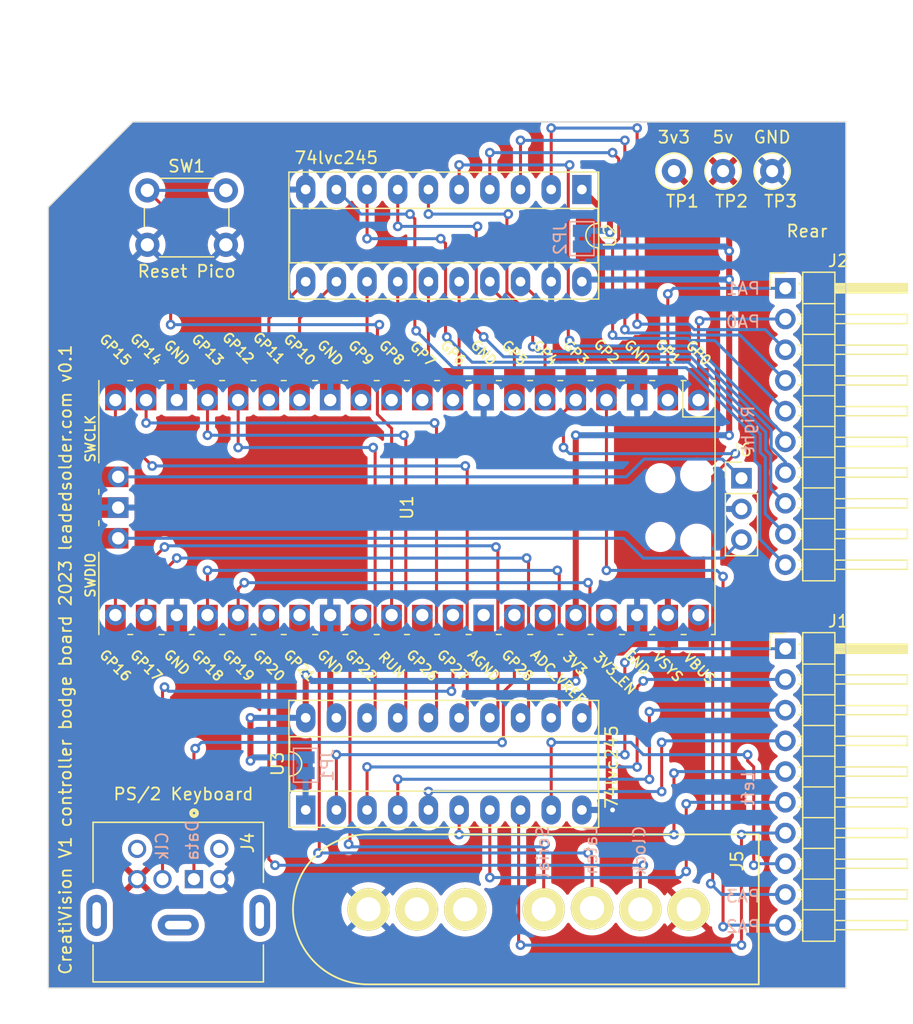
<source format=kicad_pcb>
(kicad_pcb (version 20221018) (generator pcbnew)
  (layers (0 "F.Cu" signal) (31 "B.Cu" signal) (34 "B.Paste" user) (35 "F.Paste" user) (36 "B.SilkS" user "B.Silkscreen") (37 "F.SilkS" user "F.Silkscreen") (38 "B.Mask" user) (39 "F.Mask" user) (44 "Edge.Cuts" user))
  (net 0 "")
  (net 1 "/LeftA")
  (net 2 "/LeftB")
  (net 3 "/LeftC")
  (net 4 "/LeftD")
  (net 5 "/LeftE")
  (net 6 "/LeftF")
  (net 7 "/LeftG")
  (net 8 "/LeftH")
  (net 9 "/PA3")
  (net 10 "/PA2")
  (net 11 "/PA1")
  (net 12 "/PA0")
  (net 13 "/RightA")
  (net 14 "/RightB")
  (net 15 "/RightC")
  (net 16 "/RightD")
  (net 17 "/RightE")
  (net 18 "/RightF")
  (net 19 "/RightG")
  (net 20 "/RightH")
  (net 21 "GND")
  (net 22 "+5V")
  (net 23 "/PS2_DATA")
  (net 26 "/PS2_CLK")
  (net 29 "/SNES_Clock")
  (net 30 "/SNES_Latch")
  (net 31 "/SNES_Serial")
  (net 32 "Net-(U1-RUN)")
  (net 36 "/SWCLK")
  (net 39 "/SWDIO")
  (net 40 "Net-(JP1-A)")
  (net 41 "+3.3V")
  (net 42 "Net-(JP2-A)")
  (net 43 "Net-(U1-GPIO4)")
  (net 44 "Net-(U1-GPIO5)")
  (net 45 "Net-(U1-GPIO6)")
  (net 46 "Net-(U1-GPIO7)")
  (net 47 "Net-(U1-GPIO8)")
  (net 48 "Net-(U1-GPIO9)")
  (net 49 "Net-(U1-GPIO10)")
  (net 50 "Net-(U1-GPIO11)")
  (net 51 "Net-(U1-GPIO12)")
  (net 52 "Net-(U1-GPIO13)")
  (net 53 "Net-(U1-GPIO14)")
  (net 54 "Net-(U1-GPIO15)")
  (net 55 "Net-(U1-GPIO16)")
  (net 56 "Net-(U1-GPIO17)")
  (net 57 "Net-(U1-GPIO18)")
  (net 58 "Net-(U1-GPIO19)")
  (footprint "Connector_PinHeader_2.54mm:PinHeader_1x03_P2.54mm_Vertical" (layer "F.Cu") (at 150.368 53.848)
    (fp_text reference "J6")
    (fp_text value "Debug")
  )
  (footprint "Package_DIP:DIP-20_W7.62mm_Socket_LongPads" (layer "F.Cu") (at 137.16 29.972 -90)
    (property "VALUE" "TRANSCEIVER-8BIT")
    (fp_text reference "U2")
    (fp_text value "LOGIC-SN74LVC245AN(DIP20-7.62MM)")
  )
  (footprint "Button_Switch_THT:SW_PUSH_6mm" (layer "F.Cu") (at 101.196 30.044)
    (fp_text reference "SW1")
    (fp_text value "Reset Pico")
  )
  (footprint "TestPoint:TestPoint_Loop_D1.80mm_Drill1.0mm_Beaded" (layer "F.Cu") (at 144.78 28.448)
    (fp_text reference "TP1")
    (fp_text value "3v3")
  )
  (footprint "imciner2-connectors:GAMING_SNES" (layer "F.Cu") (at 134 89.5 180)
    (fp_text reference "J5")
    (fp_text value "SNES" hide)
  )
  (footprint "MD-60FC:CUI_MD-60FC" (layer "F.Cu") (at 103.75 88.57 180)
    (fp_text reference "J4")
    (fp_text value "PS/2 Keyboard")
  )
  (footprint "Connector_PinHeader_2.54mm:PinHeader_1x10_P2.54mm_Horizontal" (layer "F.Cu") (at 154 38.14)
    (fp_text reference "J2")
    (fp_text value "Right Joystick")
  )
  (footprint "Connector_PinHeader_2.54mm:PinHeader_1x10_P2.54mm_Horizontal" (layer "F.Cu") (at 154 67.945)
    (fp_text reference "J1")
    (fp_text value "Left Joystick")
  )
  (footprint "MCU_RaspberryPi_and_Boards:RPi_Pico_SMD_TH" (layer "F.Cu") (at 122.682 56.273 -90)
    (fp_text reference "U1")
    (fp_text value "Pico")
  )
  (footprint "TestPoint:TestPoint_Loop_D1.80mm_Drill1.0mm_Beaded" (layer "F.Cu") (at 152.908 28.448)
    (fp_text reference "TP3")
    (fp_text value "GND")
  )
  (footprint "Package_DIP:DIP-20_W7.62mm_Socket_LongPads" (layer "F.Cu") (at 114.3 81.28 90)
    (property "VALUE" "TRANSCEIVER-8BIT")
    (fp_text reference "U3")
    (fp_text value "LOGIC-SN74LVC245AN(DIP20-7.62MM)")
  )
  (footprint "TestPoint:TestPoint_Loop_D1.80mm_Drill1.0mm_Beaded" (layer "F.Cu") (at 148.844 28.448)
    (fp_text reference "TP2")
    (fp_text value "5v")
  )
  (footprint "Jumper:SolderJumper-2_P1.3mm_Bridged2Bar_Pad1.0x1.5mm" (layer "B.Cu") (at 137.16 34.036 -90)
    (fp_text reference "JP2")
    (fp_text value "Jumper_2_Bridged")
  )
  (footprint "Jumper:SolderJumper-2_P1.3mm_Bridged2Bar_Pad1.0x1.5mm" (layer "B.Cu") (at 114.29 77.582 90)
    (fp_text reference "JP1")
    (fp_text value "Jumper_2_Bridged")
  )
  (gr_line (start 93 31.44) (end 93 96) (stroke (width 0.1)) (layer "Edge.Cuts"))
  (gr_line (start 159 24.384) (end 159 96) (stroke (width 0.1)) (layer "Edge.Cuts"))
  (gr_line (start 100 24.384) (end 93 31.44) (stroke (width 0.1)) (layer "Edge.Cuts"))
  (gr_line (start 159 96) (end 93 96) (stroke (width 0.1)) (layer "Edge.Cuts"))
  (gr_line (start 159 24.384) (end 100 24.384) (stroke (width 0.1)) (layer "Edge.Cuts"))
  (gr_text "Right" (at 151.5 47.75 90) (layer "B.SilkS") (effects (font (size 1 1)) (justify left bottom mirror)))
  (gr_text "PA1" (at 152 38.75) (layer "B.SilkS") (effects (font (size 1 1)) (justify left bottom mirror)))
  (gr_text "PA2" (at 152 91.5) (layer "B.SilkS") (effects (font (size 1 1)) (justify left bottom mirror)))
  (gr_text "PA3" (at 152 89) (layer "B.SilkS") (effects (font (size 1 1)) (justify left bottom mirror)))
  (gr_text "PA0" (at 152 41.5) (layer "B.SilkS") (effects (font (size 1 1)) (justify left bottom mirror)))
  (gr_text "Left" (at 151.5 78 90) (layer "B.SilkS") (effects (font (size 1 1)) (justify left bottom mirror)))
  (gr_text "Data" (at 105.5 82 90) (layer "B.SilkS") (effects (font (size 1 1)) (justify left bottom mirror)))
  (gr_text "Clk" (at 103 83 90) (layer "B.SilkS") (effects (font (size 1 1)) (justify left bottom mirror)))
  (gr_text "Clock" (at 142.5 82.5 90) (layer "B.SilkS") (effects (font (size 1 1)) (justify left bottom mirror)))
  (gr_text "Serial" (at 134.5 82.5 90) (layer "B.SilkS") (effects (font (size 1 1)) (justify left bottom mirror)))
  (gr_text "Latch" (at 138.5 82.5 90) (layer "B.SilkS") (effects (font (size 1 1)) (justify left bottom mirror)))
  (gr_text "74lvc245" (at 140.208 81.28 90) (layer "F.SilkS") (effects (font (size 1 1)) (justify left bottom)))
  (gr_text "CreatiVision V1 controller bodge board 2023 leadedsolder.com v0.1" (at 95 95 90) (layer "F.SilkS") (effects (font (size 1 1)) (justify left bottom)))
  (gr_text "Rear" (at 154 34) (layer "F.SilkS") (effects (font (size 1 1)) (justify left bottom)))
  (gr_text "74lvc245" (at 113.284 27.94) (layer "F.SilkS") (effects (font (size 1 1)) (justify left bottom)))
  (segment (start 116.84 81.28) (end 116.84 76.708) (width 0.25) (layer "F.Cu") (net 1))
  (segment (start 140.716 76.708) (end 140.716 69.088) (width 0.25) (layer "F.Cu") (net 1))
  (via (at 140.716 76.708) (size 0.8) (drill 0.4) (layers "F.Cu" "B.Cu") (net 1))
  (via (at 140.716 69.088) (size 0.8) (drill 0.4) (layers "F.Cu" "B.Cu") (net 1))
  (via (at 116.84 76.708) (size 0.8) (drill 0.4) (layers "F.Cu" "B.Cu") (net 1))
  (segment (start 116.84 76.708) (end 140.716 76.708) (width 0.25) (layer "B.Cu") (net 1))
  (segment (start 140.716 69.088) (end 141.859 67.945) (width 0.25) (layer "B.Cu") (net 1))
  (segment (start 141.859 67.945) (end 154 67.945) (width 0.25) (layer "B.Cu") (net 1))
  (segment (start 141.732 77.724) (end 141.732 71.12) (width 0.25) (layer "F.Cu") (net 2))
  (segment (start 119.38 81.28) (end 119.38 77.724) (width 0.25) (layer "F.Cu") (net 2))
  (segment (start 141.732 71.12) (end 142.24 70.612) (width 0.25) (layer "F.Cu") (net 2))
  (via (at 141.732 77.724) (size 0.8) (drill 0.4) (layers "F.Cu" "B.Cu") (net 2))
  (via (at 142.24 70.612) (size 0.8) (drill 0.4) (layers "F.Cu" "B.Cu") (net 2))
  (via (at 119.38 77.724) (size 0.8) (drill 0.4) (layers "F.Cu" "B.Cu") (net 2))
  (segment (start 119.38 77.724) (end 141.732 77.724) (width 0.25) (layer "B.Cu") (net 2))
  (segment (start 142.24 70.612) (end 142.367 70.485) (width 0.25) (layer "B.Cu") (net 2))
  (segment (start 142.367 70.485) (end 154 70.485) (width 0.25) (layer "B.Cu") (net 2))
  (segment (start 142.748 78.74) (end 142.748 73.152) (width 0.25) (layer "F.Cu") (net 3))
  (segment (start 121.92 81.28) (end 121.92 78.74) (width 0.25) (layer "F.Cu") (net 3))
  (via (at 142.748 78.74) (size 0.8) (drill 0.4) (layers "F.Cu" "B.Cu") (net 3))
  (via (at 142.748 73.152) (size 0.8) (drill 0.4) (layers "F.Cu" "B.Cu") (net 3))
  (via (at 121.92 78.74) (size 0.8) (drill 0.4) (layers "F.Cu" "B.Cu") (net 3))
  (segment (start 142.748 73.152) (end 142.875 73.025) (width 0.25) (layer "B.Cu") (net 3))
  (segment (start 121.92 78.74) (end 142.748 78.74) (width 0.25) (layer "B.Cu") (net 3))
  (segment (start 142.875 73.025) (end 154 73.025) (width 0.25) (layer "B.Cu") (net 3))
  (segment (start 124.46 81.28) (end 124.46 79.756) (width 0.25) (layer "F.Cu") (net 4))
  (segment (start 143.764 79.756) (end 143.764 75.692) (width 0.25) (layer "F.Cu") (net 4))
  (via (at 143.764 75.692) (size 0.8) (drill 0.4) (layers "F.Cu" "B.Cu") (net 4))
  (via (at 143.764 79.756) (size 0.8) (drill 0.4) (layers "F.Cu" "B.Cu") (net 4))
  (via (at 124.46 79.756) (size 0.8) (drill 0.4) (layers "F.Cu" "B.Cu") (net 4))
  (segment (start 124.461 79.755) (end 143.763 79.755) (width 0.25) (layer "B.Cu") (net 4))
  (segment (start 124.46 79.756) (end 124.461 79.755) (width 0.25) (layer "B.Cu") (net 4))
  (segment (start 143.764 75.692) (end 143.891 75.565) (width 0.25) (layer "B.Cu") (net 4))
  (segment (start 143.763 79.755) (end 143.764 79.756) (width 0.25) (layer "B.Cu") (net 4))
  (segment (start 143.891 75.565) (end 154 75.565) (width 0.25) (layer "B.Cu") (net 4))
  (segment (start 144.78 83.312) (end 144.78 78.232) (width 0.25) (layer "F.Cu") (net 5))
  (segment (start 127 81.28) (end 127 83.312) (width 0.25) (layer "F.Cu") (net 5))
  (via (at 127 83.312) (size 0.8) (drill 0.4) (layers "F.Cu" "B.Cu") (net 5))
  (via (at 144.78 78.232) (size 0.8) (drill 0.4) (layers "F.Cu" "B.Cu") (net 5))
  (via (at 144.78 83.312) (size 0.8) (drill 0.4) (layers "F.Cu" "B.Cu") (net 5))
  (segment (start 127 83.312) (end 144.78 83.312) (width 0.25) (layer "B.Cu") (net 5))
  (segment (start 144.78 78.232) (end 144.907 78.105) (width 0.25) (layer "B.Cu") (net 5))
  (segment (start 144.907 78.105) (end 154 78.105) (width 0.25) (layer "B.Cu") (net 5))
  (segment (start 129.54 81.28) (end 129.54 86.868) (width 0.25) (layer "F.Cu") (net 6))
  (segment (start 145.796 86.36) (end 145.796 80.772) (width 0.25) (layer "F.Cu") (net 6))
  (via (at 129.54 86.868) (size 0.8) (drill 0.4) (layers "F.Cu" "B.Cu") (net 6))
  (via (at 145.796 86.36) (size 0.8) (drill 0.4) (layers "F.Cu" "B.Cu") (net 6))
  (via (at 145.796 80.772) (size 0.8) (drill 0.4) (layers "F.Cu" "B.Cu") (net 6))
  (segment (start 145.923 80.645) (end 154 80.645) (width 0.25) (layer "B.Cu") (net 6))
  (segment (start 145.288 86.868) (end 145.796 86.36) (width 0.25) (layer "B.Cu") (net 6))
  (segment (start 145.796 80.772) (end 145.923 80.645) (width 0.25) (layer "B.Cu") (net 6))
  (segment (start 129.54 86.868) (end 145.288 86.868) (width 0.25) (layer "B.Cu") (net 6))
  (segment (start 132.08 81.28) (end 131.925 81.435) (width 0.25) (layer "F.Cu") (net 7))
  (segment (start 150.368 92.456) (end 150.368 83.312) (width 0.25) (layer "F.Cu") (net 7))
  (segment (start 131.925 81.435) (end 131.925 92.301) (width 0.25) (layer "F.Cu") (net 7))
  (segment (start 131.925 92.301) (end 132.08 92.456) (width 0.25) (layer "F.Cu") (net 7))
  (via (at 150.368 92.456) (size 0.8) (drill 0.4) (layers "F.Cu" "B.Cu") (net 7))
  (via (at 132.08 92.456) (size 0.8) (drill 0.4) (layers "F.Cu" "B.Cu") (net 7))
  (via (at 150.368 83.312) (size 0.8) (drill 0.4) (layers "F.Cu" "B.Cu") (net 7))
  (segment (start 150.368 83.312) (end 150.495 83.185) (width 0.25) (layer "B.Cu") (net 7))
  (segment (start 150.495 83.185) (end 154 83.185) (width 0.25) (layer "B.Cu") (net 7))
  (segment (start 132.08 92.456) (end 150.368 92.456) (width 0.25) (layer "B.Cu") (net 7))
  (segment (start 150.876 77.216) (end 151.384 77.724) (width 0.25) (layer "F.Cu") (net 8))
  (segment (start 151.384 77.724) (end 151.384 85.852) (width 0.25) (layer "F.Cu") (net 8))
  (segment (start 134.62 81.28) (end 134.62 75.692) (width 0.25) (layer "F.Cu") (net 8))
  (segment (start 150.876 76.708) (end 150.876 77.216) (width 0.25) (layer "F.Cu") (net 8))
  (via (at 150.876 76.708) (size 0.8) (drill 0.4) (layers "F.Cu" "B.Cu") (net 8))
  (via (at 151.384 85.852) (size 0.8) (drill 0.4) (layers "F.Cu" "B.Cu") (net 8))
  (via (at 134.62 75.692) (size 0.8) (drill 0.4) (layers "F.Cu" "B.Cu") (net 8))
  (segment (start 141.224 75.692) (end 142.24 76.708) (width 0.25) (layer "B.Cu") (net 8))
  (segment (start 134.62 75.692) (end 141.224 75.692) (width 0.25) (layer "B.Cu") (net 8))
  (segment (start 151.384 85.852) (end 151.511 85.725) (width 0.25) (layer "B.Cu") (net 8))
  (segment (start 151.511 85.725) (end 154 85.725) (width 0.25) (layer "B.Cu") (net 8))
  (segment (start 142.24 76.708) (end 150.876 76.708) (width 0.25) (layer "B.Cu") (net 8))
  (segment (start 147.828 87.376) (end 147.987 87.217) (width 0.25) (layer "F.Cu") (net 9))
  (segment (start 147.987 53.689) (end 149.86 51.816) (width 0.25) (layer "F.Cu") (net 9))
  (segment (start 135.636 51.308) (end 135.636 48.399) (width 0.25) (layer "F.Cu") (net 9))
  (segment (start 135.636 48.399) (end 136.652 47.383) (width 0.25) (layer "F.Cu") (net 9))
  (segment (start 147.987 87.217) (end 147.987 53.689) (width 0.25) (layer "F.Cu") (net 9))
  (via (at 147.828 87.376) (size 0.8) (drill 0.4) (layers "F.Cu" "B.Cu") (net 9))
  (via (at 135.636 51.308) (size 0.8) (drill 0.4) (layers "F.Cu" "B.Cu") (net 9))
  (via (at 149.86 51.816) (size 0.8) (drill 0.4) (layers "F.Cu" "B.Cu") (net 9))
  (segment (start 148.717 88.265) (end 147.828 87.376) (width 0.25) (layer "B.Cu") (net 9))
  (segment (start 136.144 51.816) (end 135.636 51.308) (width 0.25) (layer "B.Cu") (net 9))
  (segment (start 154 88.265) (end 148.717 88.265) (width 0.25) (layer "B.Cu") (net 9))
  (segment (start 149.86 51.816) (end 136.144 51.816) (width 0.25) (layer "B.Cu") (net 9))
  (segment (start 139.192 61.468) (end 139.192 47.383) (width 0.25) (layer "F.Cu") (net 10))
  (segment (start 148.844 90.932) (end 148.844 61.976) (width 0.25) (layer "F.Cu") (net 10))
  (via (at 148.844 90.932) (size 0.8) (drill 0.4) (layers "F.Cu" "B.Cu") (net 10))
  (via (at 148.844 61.976) (size 0.8) (drill 0.4) (layers "F.Cu" "B.Cu") (net 10))
  (via (at 139.192 61.468) (size 0.8) (drill 0.4) (layers "F.Cu" "B.Cu") (net 10))
  (segment (start 148.844 61.976) (end 148.336 61.468) (width 0.25) (layer "B.Cu") (net 10))
  (segment (start 148.336 61.468) (end 139.192 61.468) (width 0.25) (layer "B.Cu") (net 10))
  (segment (start 148.971 90.805) (end 148.844 90.932) (width 0.25) (layer "B.Cu") (net 10))
  (segment (start 154 90.805) (end 148.971 90.805) (width 0.25) (layer "B.Cu") (net 10))
  (segment (start 144.272 38.608) (end 144.272 47.383) (width 0.25) (layer "F.Cu") (net 11))
  (via (at 144.272 38.608) (size 0.8) (drill 0.4) (layers "F.Cu" "B.Cu") (net 11))
  (segment (start 154 38.14) (end 144.74 38.14) (width 0.25) (layer "B.Cu") (net 11))
  (segment (start 144.74 38.14) (end 144.272 38.608) (width 0.25) (layer "B.Cu") (net 11))
  (segment (start 146.812 40.922647) (end 146.901654 40.832993) (width 0.25) (layer "F.Cu") (net 12))
  (segment (start 146.812 47.383) (end 146.812 40.922647) (width 0.25) (layer "F.Cu") (net 12))
  (via (at 146.901654 40.832993) (size 0.8) (drill 0.4) (layers "F.Cu" "B.Cu") (net 12))
  (segment (start 154 40.68) (end 147.054647 40.68) (width 0.25) (layer "B.Cu") (net 12))
  (segment (start 147.054647 40.68) (end 146.901654 40.832993) (width 0.25) (layer "B.Cu") (net 12))
  (segment (start 134.62 24.892) (end 134.62 29.972) (width 0.25) (layer "F.Cu") (net 13))
  (segment (start 141.732 24.892) (end 141.732 41.106997) (width 0.25) (layer "F.Cu") (net 13))
  (via (at 141.732 41.106997) (size 0.8) (drill 0.4) (layers "F.Cu" "B.Cu") (net 13))
  (via (at 141.732 24.892) (size 0.8) (drill 0.4) (layers "F.Cu" "B.Cu") (net 13))
  (via (at 134.62 24.892) (size 0.8) (drill 0.4) (layers "F.Cu" "B.Cu") (net 13))
  (segment (start 146.463633 41.557493) (end 146.013137 41.106997) (width 0.25) (layer "B.Cu") (net 13))
  (segment (start 146.013137 41.106997) (end 141.732 41.106997) (width 0.25) (layer "B.Cu") (net 13))
  (segment (start 154 43.22) (end 152.337493 41.557493) (width 0.25) (layer "B.Cu") (net 13))
  (segment (start 152.337493 41.557493) (end 146.463633 41.557493) (width 0.25) (layer "B.Cu") (net 13))
  (segment (start 141.732 24.892) (end 134.62 24.892) (width 0.25) (layer "B.Cu") (net 13))
  (segment (start 132.08 25.908) (end 132.08 29.972) (width 0.25) (layer "F.Cu") (net 14))
  (segment (start 140.716 25.908) (end 140.716 41.556498) (width 0.25) (layer "F.Cu") (net 14))
  (via (at 140.716 41.556498) (size 0.8) (drill 0.4) (layers "F.Cu" "B.Cu") (net 14))
  (via (at 132.08 25.908) (size 0.8) (drill 0.4) (layers "F.Cu" "B.Cu") (net 14))
  (via (at 140.716 25.908) (size 0.8) (drill 0.4) (layers "F.Cu" "B.Cu") (net 14))
  (segment (start 146.101947 41.831497) (end 140.990999 41.831497) (width 0.25) (layer "B.Cu") (net 14))
  (segment (start 134.610695 25.908) (end 132.08 25.908) (width 0.25) (layer "B.Cu") (net 14))
  (segment (start 140.716 25.908) (end 134.610695 25.908) (width 0.25) (layer "B.Cu") (net 14))
  (segment (start 140.990999 41.831497) (end 140.716 41.556498) (width 0.25) (layer "B.Cu") (net 14))
  (segment (start 146.277444 42.006994) (end 146.101947 41.831497) (width 0.25) (layer "B.Cu") (net 14))
  (segment (start 150.246994 42.006994) (end 146.277444 42.006994) (width 0.25) (layer "B.Cu") (net 14))
  (segment (start 154 45.76) (end 150.246994 42.006994) (width 0.25) (layer "B.Cu") (net 14))
  (segment (start 140.208 34.036) (end 139.7 34.544) (width 0.25) (layer "F.Cu") (net 15))
  (segment (start 129.54 26.924) (end 129.54 29.972) (width 0.25) (layer "F.Cu") (net 15))
  (segment (start 139.7 34.544) (end 139.7 42.005999) (width 0.25) (layer "F.Cu") (net 15))
  (segment (start 139.7 26.924) (end 140.208 27.432) (width 0.25) (layer "F.Cu") (net 15))
  (segment (start 140.208 27.432) (end 140.208 34.036) (width 0.25) (layer "F.Cu") (net 15))
  (via (at 139.7 26.924) (size 0.8) (drill 0.4) (layers "F.Cu" "B.Cu") (net 15))
  (via (at 139.7 42.005999) (size 0.8) (drill 0.4) (layers "F.Cu" "B.Cu") (net 15))
  (via (at 129.54 26.924) (size 0.8) (drill 0.4) (layers "F.Cu" "B.Cu") (net 15))
  (segment (start 139.7 26.924) (end 129.54 26.924) (width 0.25) (layer "B.Cu") (net 15))
  (segment (start 154 48.3) (end 148.156495 42.456495) (width 0.25) (layer "B.Cu") (net 15))
  (segment (start 146.091255 42.456495) (end 145.915758 42.280998) (width 0.25) (layer "B.Cu") (net 15))
  (segment (start 139.974999 42.280998) (end 139.7 42.005999) (width 0.25) (layer "B.Cu") (net 15))
  (segment (start 148.156495 42.456495) (end 146.091255 42.456495) (width 0.25) (layer "B.Cu") (net 15))
  (segment (start 145.915758 42.280998) (end 139.974999 42.280998) (width 0.25) (layer "B.Cu") (net 15))
  (segment (start 136.144 27.94) (end 136.035 28.049) (width 0.25) (layer "F.Cu") (net 16))
  (segment (start 127 27.94) (end 127 29.972) (width 0.25) (layer "F.Cu") (net 16))
  (segment (start 136.035 42.3465) (end 136.144 42.4555) (width 0.25) (layer "F.Cu") (net 16))
  (segment (start 136.035 28.049) (end 136.035 42.3465) (width 0.25) (layer "F.Cu") (net 16))
  (via (at 127 27.94) (size 0.8) (drill 0.4) (layers "F.Cu" "B.Cu") (net 16))
  (via (at 136.144 42.4555) (size 0.8) (drill 0.4) (layers "F.Cu" "B.Cu") (net 16))
  (via (at 136.144 27.94) (size 0.8) (drill 0.4) (layers "F.Cu" "B.Cu") (net 16))
  (segment (start 146.540756 42.905996) (end 136.594496 42.905996) (width 0.25) (layer "B.Cu") (net 16))
  (segment (start 154 50.36524) (end 146.540756 42.905996) (width 0.25) (layer "B.Cu") (net 16))
  (segment (start 136.594496 42.905996) (end 136.144 42.4555) (width 0.25) (layer "B.Cu") (net 16))
  (segment (start 136.144 27.94) (end 127 27.94) (width 0.25) (layer "B.Cu") (net 16))
  (segment (start 154 50.84) (end 154 50.36524) (width 0.25) (layer "B.Cu") (net 16))
  (segment (start 133.089921 40.592911) (end 133.089921 42.9635) (width 0.25) (layer "F.Cu") (net 17))
  (segment (start 130.955 38.45799) (end 133.089921 40.592911) (width 0.25) (layer "F.Cu") (net 17))
  (segment (start 130.955 32.113) (end 130.955 38.45799) (width 0.25) (layer "F.Cu") (net 17))
  (segment (start 124.46 32.004) (end 124.46 29.972) (width 0.25) (layer "F.Cu") (net 17))
  (segment (start 131.064 32.004) (end 130.955 32.113) (width 0.25) (layer "F.Cu") (net 17))
  (via (at 124.46 32.004) (size 0.8) (drill 0.4) (layers "F.Cu" "B.Cu") (net 17))
  (via (at 131.064 32.004) (size 0.8) (drill 0.4) (layers "F.Cu" "B.Cu") (net 17))
  (via (at 133.089921 42.9635) (size 0.8) (drill 0.4) (layers "F.Cu" "B.Cu") (net 17))
  (segment (start 154 53.38) (end 154 52.501701) (width 0.25) (layer "B.Cu") (net 17))
  (segment (start 146.354567 43.355497) (end 133.481918 43.355497) (width 0.25) (layer "B.Cu") (net 17))
  (segment (start 152.825 51.326701) (end 152.825 49.82593) (width 0.25) (layer "B.Cu") (net 17))
  (segment (start 133.481918 43.355497) (end 133.089921 42.9635) (width 0.25) (layer "B.Cu") (net 17))
  (segment (start 131.064 32.004) (end 124.46 32.004) (width 0.25) (layer "B.Cu") (net 17))
  (segment (start 154 52.501701) (end 152.825 51.326701) (width 0.25) (layer "B.Cu") (net 17))
  (segment (start 152.825 49.82593) (end 146.354567 43.355497) (width 0.25) (layer "B.Cu") (net 17))
  (segment (start 128.415 41.547) (end 128.415 33.129) (width 0.25) (layer "F.Cu") (net 18))
  (segment (start 121.92 33.02) (end 121.92 29.972) (width 0.25) (layer "F.Cu") (net 18))
  (segment (start 128.415 33.129) (end 128.524 33.02) (width 0.25) (layer "F.Cu") (net 18))
  (segment (start 129.032 42.164) (end 128.415 41.547) (width 0.25) (layer "F.Cu") (net 18))
  (via (at 121.92 33.02) (size 0.8) (drill 0.4) (layers "F.Cu" "B.Cu") (net 18))
  (via (at 129.032 42.164) (size 0.8) (drill 0.4) (layers "F.Cu" "B.Cu") (net 18))
  (via (at 128.524 33.02) (size 0.8) (drill 0.4) (layers "F.Cu" "B.Cu") (net 18))
  (segment (start 154 55.92) (end 152.791002 54.711002) (width 0.25) (layer "B.Cu") (net 18))
  (segment (start 152.791002 51.928393) (end 152.375499 51.51289) (width 0.25) (layer "B.Cu") (net 18))
  (segment (start 146.168378 43.804998) (end 130.672998 43.804998) (width 0.25) (layer "B.Cu") (net 18))
  (segment (start 152.375499 50.012119) (end 146.168378 43.804998) (width 0.25) (layer "B.Cu") (net 18))
  (segment (start 130.672998 43.804998) (end 129.032 42.164) (width 0.25) (layer "B.Cu") (net 18))
  (segment (start 152.375499 51.51289) (end 152.375499 50.012119) (width 0.25) (layer "B.Cu") (net 18))
  (segment (start 128.524 33.02) (end 121.92 33.02) (width 0.25) (layer "B.Cu") (net 18))
  (segment (start 152.791002 54.711002) (end 152.791002 51.928393) (width 0.25) (layer "B.Cu") (net 18))
  (segment (start 125.875 42.055) (end 125.875 34.435) (width 0.25) (layer "F.Cu") (net 19))
  (segment (start 119.38 34.036) (end 119.38 29.972) (width 0.25) (layer "F.Cu") (net 19))
  (segment (start 125.875 34.435) (end 125.476 34.036) (width 0.25) (layer "F.Cu") (net 19))
  (segment (start 125.984 42.164) (end 125.875 42.055) (width 0.25) (layer "F.Cu") (net 19))
  (via (at 125.984 42.164) (size 0.8) (drill 0.4) (layers "F.Cu" "B.Cu") (net 19))
  (via (at 125.476 34.036) (size 0.8) (drill 0.4) (layers "F.Cu" "B.Cu") (net 19))
  (via (at 119.38 34.036) (size 0.8) (drill 0.4) (layers "F.Cu" "B.Cu") (net 19))
  (segment (start 151.925998 50.198308) (end 151.925998 51.699079) (width 0.25) (layer "B.Cu") (net 19))
  (segment (start 128.074499 44.254499) (end 145.982189 44.254499) (width 0.25) (layer "B.Cu") (net 19))
  (segment (start 145.982189 44.254499) (end 151.925998 50.198308) (width 0.25) (layer "B.Cu") (net 19))
  (segment (start 125.984 42.164) (end 128.074499 44.254499) (width 0.25) (layer "B.Cu") (net 19))
  (segment (start 125.476 34.036) (end 119.38 34.036) (width 0.25) (layer "B.Cu") (net 19))
  (segment (start 151.925998 51.699079) (end 152.341501 52.114582) (width 0.25) (layer "B.Cu") (net 19))
  (segment (start 152.341501 56.801501) (end 154 58.46) (width 0.25) (layer "B.Cu") (net 19))
  (segment (start 152.341501 52.114582) (end 152.341501 56.801501) (width 0.25) (layer "B.Cu") (net 19))
  (segment (start 123.335 41.547) (end 123.335 32.403) (width 0.25) (layer "F.Cu") (net 20))
  (segment (start 123.335 32.403) (end 122.936 32.004) (width 0.25) (layer "F.Cu") (net 20))
  (segment (start 123.444 41.656) (end 123.335 41.547) (width 0.25) (layer "F.Cu") (net 20))
  (via (at 122.936 32.004) (size 0.8) (drill 0.4) (layers "F.Cu" "B.Cu") (net 20))
  (via (at 123.444 41.656) (size 0.8) (drill 0.4) (layers "F.Cu" "B.Cu") (net 20))
  (segment (start 151.476497 50.384497) (end 145.796 44.704) (width 0.25) (layer "B.Cu") (net 20))
  (segment (start 151.476497 52.416497) (end 151.476497 50.384497) (width 0.25) (layer "B.Cu") (net 20))
  (segment (start 145.796 44.704) (end 126.492 44.704) (width 0.25) (layer "B.Cu") (net 20))
  (segment (start 118.872 32.004) (end 116.84 29.972) (width 0.25) (layer "B.Cu") (net 20))
  (segment (start 151.892 58.892) (end 151.892 52.832) (width 0.25) (layer "B.Cu") (net 20))
  (segment (start 122.936 32.004) (end 118.872 32.004) (width 0.25) (layer "B.Cu") (net 20))
  (segment (start 154 61) (end 151.892 58.892) (width 0.25) (layer "B.Cu") (net 20))
  (segment (start 151.892 52.832) (end 151.476497 52.416497) (width 0.25) (layer "B.Cu") (net 20))
  (segment (start 126.492 44.704) (end 123.444 41.656) (width 0.25) (layer "B.Cu") (net 20))
  (segment (start 140.492 68.263) (end 141.732 67.023) (width 0.5) (layer "F.Cu") (net 21))
  (segment (start 139.7 81.28) (end 139.383 80.963) (width 0.5) (layer "F.Cu") (net 21))
  (segment (start 116.332 73.152) (end 116.84 73.66) (width 0.5) (layer "F.Cu") (net 21))
  (segment (start 139.383 68.389) (end 139.509 68.263) (width 0.5) (layer "F.Cu") (net 21))
  (segment (start 116.332 65.163) (end 116.332 73.152) (width 0.5) (layer "F.Cu") (net 21))
  (segment (start 141.732 67.023) (end 141.732 65.163) (width 0.5) (layer "F.Cu") (net 21))
  (segment (start 139.509 68.263) (end 140.492 68.263) (width 0.5) (layer "F.Cu") (net 21))
  (segment (start 139.383 80.963) (end 139.383 68.389) (width 0.5) (layer "F.Cu") (net 21))
  (via (at 139.7 81.28) (size 0.8) (drill 0.4) (layers "F.Cu" "B.Cu") (net 21))
  (segment (start 137.16 81.28) (end 139.7 81.28) (width 0.5) (layer "B.Cu") (net 21))
  (segment (start 130.665 75.583) (end 130.665 71.519) (width 0.25) (layer "F.Cu") (net 23))
  (segment (start 105.05 87) (end 105.05 76.306) (width 0.25) (layer "F.Cu") (net 23))
  (segment (start 130.556 75.692) (end 130.665 75.583) (width 0.25) (layer "F.Cu") (net 23))
  (segment (start 131.572 70.612) (end 131.572 65.163) (width 0.25) (layer "F.Cu") (net 23))
  (segment (start 105.05 76.306) (end 105.156 76.2) (width 0.25) (layer "F.Cu") (net 23))
  (segment (start 130.665 71.519) (end 131.572 70.612) (width 0.25) (layer "F.Cu") (net 23))
  (via (at 130.556 75.692) (size 0.8) (drill 0.4) (layers "F.Cu" "B.Cu") (net 23))
  (via (at 105.156 76.2) (size 0.8) (drill 0.4) (layers "F.Cu" "B.Cu") (net 23))
  (segment (start 105.664 75.692) (end 130.556 75.692) (width 0.25) (layer "B.Cu") (net 23))
  (segment (start 105.156 76.2) (end 105.664 75.692) (width 0.25) (layer "B.Cu") (net 23))
  (segment (start 102.45 87) (end 102.45 71.286) (width 0.25) (layer "F.Cu") (net 26))
  (segment (start 126.362453 71.249547) (end 126.362453 71.4615) (width 0.25) (layer "F.Cu") (net 26))
  (segment (start 126.492 71.12) (end 126.362453 71.249547) (width 0.25) (layer "F.Cu") (net 26))
  (segment (start 126.492 65.163) (end 126.492 71.12) (width 0.25) (layer "F.Cu") (net 26))
  (segment (start 102.45 71.286) (end 102.616 71.12) (width 0.25) (layer "F.Cu") (net 26))
  (via (at 102.616 71.12) (size 0.8) (drill 0.4) (layers "F.Cu" "B.Cu") (net 26))
  (via (at 126.362453 71.4615) (size 0.8) (drill 0.4) (layers "F.Cu" "B.Cu") (net 26))
  (segment (start 102.616 71.12) (end 102.9575 71.4615) (width 0.25) (layer "B.Cu") (net 26))
  (segment (start 102.9575 71.4615) (end 126.362453 71.4615) (width 0.25) (layer "B.Cu") (net 26))
  (segment (start 142 89.5) (end 142 86.092) (width 0.25) (layer "F.Cu") (net 29))
  (segment (start 142 86.092) (end 142.24 85.852) (width 0.25) (layer "F.Cu") (net 29))
  (segment (start 111.76 85.852) (end 111.252 85.344) (width 0.25) (layer "F.Cu") (net 29))
  (segment (start 111.252 85.344) (end 111.252 65.163) (width 0.25) (layer "F.Cu") (net 29))
  (via (at 142.24 85.852) (size 0.8) (drill 0.4) (layers "F.Cu" "B.Cu") (net 29))
  (via (at 111.76 85.852) (size 0.8) (drill 0.4) (layers "F.Cu" "B.Cu") (net 29))
  (segment (start 142.24 85.852) (end 111.76 85.852) (width 0.25) (layer "B.Cu") (net 29))
  (segment (start 138 89.4) (end 138 85.168) (width 0.25) (layer "F.Cu") (net 30))
  (segment (start 115.316 84.836) (end 115.425 84.727) (width 0.25) (layer "F.Cu") (net 30))
  (segment (start 113.792 66.773) (end 113.792 65.163) (width 0.25) (layer "F.Cu") (net 30))
  (segment (start 115.425 68.406) (end 113.792 66.773) (width 0.25) (layer "F.Cu") (net 30))
  (segment (start 138 85.168) (end 137.668 84.836) (width 0.25) (layer "F.Cu") (net 30))
  (segment (start 115.425 84.727) (end 115.425 68.406) (width 0.25) (layer "F.Cu") (net 30))
  (via (at 115.316 84.836) (size 0.8) (drill 0.4) (layers "F.Cu" "B.Cu") (net 30))
  (via (at 137.668 84.836) (size 0.8) (drill 0.4) (layers "F.Cu" "B.Cu") (net 30))
  (segment (start 137.668 84.836) (end 115.316 84.836) (width 0.25) (layer "B.Cu") (net 30))
  (segment (start 118.872 65.163) (end 117.965 66.07) (width 0.25) (layer "F.Cu") (net 31))
  (segment (start 117.965 66.07) (end 117.965 83.996421) (width 0.25) (layer "F.Cu") (net 31))
  (segment (start 134 84.217421) (end 134.105921 84.1115) (width 0.25) (layer "F.Cu") (net 31))
  (segment (start 117.965 83.996421) (end 117.849921 84.1115) (width 0.25) (layer "F.Cu") (net 31))
  (segment (start 134 89.5) (end 134 84.217421) (width 0.25) (layer "F.Cu") (net 31))
  (via (at 117.849921 84.1115) (size 0.8) (drill 0.4) (layers "F.Cu" "B.Cu") (net 31))
  (via (at 134.105921 84.1115) (size 0.8) (drill 0.4) (layers "F.Cu" "B.Cu") (net 31))
  (segment (start 117.856 84.328) (end 117.849921 84.321921) (width 0.25) (layer "B.Cu") (net 31))
  (segment (start 134.105921 84.1115) (end 133.889421 84.328) (width 0.25) (layer "B.Cu") (net 31))
  (segment (start 117.849921 84.321921) (end 117.849921 84.1115) (width 0.25) (layer "B.Cu") (net 31))
  (segment (start 133.889421 84.328) (end 117.856 84.328) (width 0.25) (layer "B.Cu") (net 31))
  (segment (start 120.237 48.558) (end 120.237 41.307) (width 0.25) (layer "F.Cu") (net 32))
  (segment (start 120.237 41.307) (end 120.396 41.148) (width 0.25) (layer "F.Cu") (net 32))
  (segment (start 103.124 41.148) (end 103.124 31.972) (width 0.25) (layer "F.Cu") (net 32))
  (segment (start 103.124 31.972) (end 101.196 30.044) (width 0.25) (layer "F.Cu") (net 32))
  (segment (start 121.412 49.733) (end 120.237 48.558) (width 0.25) (layer "F.Cu") (net 32))
  (segment (start 121.412 65.163) (end 121.412 49.733) (width 0.25) (layer "F.Cu") (net 32))
  (via (at 120.396 41.148) (size 0.8) (drill 0.4) (layers "F.Cu" "B.Cu") (net 32))
  (via (at 103.124 41.148) (size 0.8) (drill 0.4) (layers "F.Cu" "B.Cu") (net 32))
  (segment (start 101.196 30.044) (end 107.696 30.044) (width 0.25) (layer "B.Cu") (net 32))
  (segment (start 120.396 41.148) (end 103.124 41.148) (width 0.25) (layer "B.Cu") (net 32))
  (segment (start 98.782 53.733) (end 140.831 53.733) (width 0.25) (layer "B.Cu") (net 36))
  (segment (start 142.298499 52.265501) (end 148.785501 52.265501) (width 0.25) (layer "B.Cu") (net 36))
  (segment (start 148.785501 52.265501) (end 150.368 53.848) (width 0.25) (layer "B.Cu") (net 36))
  (segment (start 140.831 53.733) (end 142.298499 52.265501) (width 0.25) (layer "B.Cu") (net 36))
  (segment (start 150.368 58.928) (end 148.844 60.452) (width 0.25) (layer "B.Cu") (net 39))
  (segment (start 148.844 60.452) (end 142.24 60.452) (width 0.25) (layer "B.Cu") (net 39))
  (segment (start 142.24 60.452) (end 140.601 58.813) (width 0.25) (layer "B.Cu") (net 39))
  (segment (start 140.601 58.813) (end 98.782 58.813) (width 0.25) (layer "B.Cu") (net 39))
  (segment (start 114.29 81.27) (end 114.3 81.28) (width 0.5) (layer "B.Cu") (net 40))
  (segment (start 114.29 78.232) (end 114.29 81.27) (width 0.5) (layer "B.Cu") (net 40))
  (segment (start 114.3 70.104) (end 114.3 73.66) (width 0.5) (layer "F.Cu") (net 41))
  (segment (start 149.352 37.411201) (end 149.347701 37.4155) (width 0.5) (layer "F.Cu") (net 41))
  (segment (start 149.352 35.052) (end 149.352 33.02) (width 0.5) (layer "F.Cu") (net 41))
  (segment (start 136.652 65.163) (end 136.652 70.612) (width 0.5) (layer "F.Cu") (net 41))
  (segment (start 149.352 33.02) (end 144.78 28.448) (width 0.5) (layer "F.Cu") (net 41))
  (segment (start 109.728 77.216) (end 109.728 73.66) (width 0.5) (layer "F.Cu") (net 41))
  (segment (start 149.352 50.292) (end 149.347701 50.296299) (width 0.5) (layer "F.Cu") (net 41))
  (segment (start 149.352 37.419799) (end 149.352 50.292) (width 0.5) (layer "F.Cu") (net 41))
  (segment (start 136.652 65.163) (end 136.652 50.292) (width 0.5) (layer "F.Cu") (net 41))
  (segment (start 149.352 35.052) (end 149.352 37.411201) (width 0.5) (layer "F.Cu") (net 41))
  (segment (start 149.347701 37.4155) (end 149.352 37.419799) (width 0.5) (layer "F.Cu") (net 41))
  (via (at 149.347701 50.296299) (size 0.8) (drill 0.4) (layers "F.Cu" "B.Cu") (net 41))
  (via (at 114.3 70.104) (size 0.8) (drill 0.4) (layers "F.Cu" "B.Cu") (net 41))
  (via (at 136.652 70.612) (size 0.8) (drill 0.4) (layers "F.Cu" "B.Cu") (net 41))
  (via (at 136.652 50.292) (size 0.8) (drill 0.4) (layers "F.Cu" "B.Cu") (net 41))
  (via (at 109.728 77.216) (size 0.8) (drill 0.4) (layers "F.Cu" "B.Cu") (net 41))
  (via (at 109.728 73.66) (size 0.8) (drill 0.4) (layers "F.Cu" "B.Cu") (net 41))
  (via (at 149.347701 37.4155) (size 0.8) (drill 0.4) (layers "F.Cu" "B.Cu") (net 41))
  (via (at 149.352 35.052) (size 0.8) (drill 0.4) (layers "F.Cu" "B.Cu") (net 41))
  (segment (start 114.808 70.612) (end 114.3 70.104) (width 0.5) (layer "B.Cu") (net 41))
  (segment (start 136.652 70.612) (end 114.808 70.612) (width 0.5) (layer "B.Cu") (net 41))
  (segment (start 114.29 76.932) (end 110.012 76.932) (width 0.5) (layer "B.Cu") (net 41))
  (segment (start 136.652 50.292) (end 149.343402 50.292) (width 0.5) (layer "B.Cu") (net 41))
  (segment (start 149.352 35.052) (end 148.986 34.686) (width 0.5) (layer "B.Cu") (net 41))
  (segment (start 148.986 34.686) (end 137.16 34.686) (width 0.5) (layer "B.Cu") (net 41))
  (segment (start 149.343402 50.292) (end 149.347701 50.296299) (width 0.5) (layer "B.Cu") (net 41))
  (segment (start 110.012 76.932) (end 109.728 77.216) (width 0.5) (layer "B.Cu") (net 41))
  (segment (start 137.16 37.592) (end 137.3365 37.4155) (width 0.5) (layer "B.Cu") (net 41))
  (segment (start 109.728 73.66) (end 114.3 73.66) (width 0.5) (layer "B.Cu") (net 41))
  (segment (start 137.3365 37.4155) (end 149.347701 37.4155) (width 0.5) (layer "B.Cu") (net 41))
  (segment (start 137.16 29.972) (end 139.4835 32.2955) (width 0.5) (layer "F.Cu") (net 42))
  (segment (start 139.4835 32.2955) (end 139.4835 33.521921) (width 0.5) (layer "F.Cu") (net 42))
  (via (at 139.4835 33.521921) (size 0.8) (drill 0.4) (layers "F.Cu" "B.Cu") (net 42))
  (segment (start 139.347579 33.386) (end 139.4835 33.521921) (width 0.5) (layer "B.Cu") (net 42))
  (segment (start 137.16 33.386) (end 139.347579 33.386) (width 0.5) (layer "B.Cu") (net 42))
  (segment (start 134.112 39.624) (end 134.112 47.383) (width 0.25) (layer "F.Cu") (net 43))
  (segment (start 132.08 37.592) (end 134.112 39.624) (width 0.25) (layer "F.Cu") (net 43))
  (segment (start 131.572 40.024) (end 131.572 47.383) (width 0.25) (layer "F.Cu") (net 44))
  (segment (start 129.54 37.992) (end 131.572 40.024) (width 0.25) (layer "F.Cu") (net 44))
  (segment (start 129.54 37.592) (end 129.54 37.992) (width 0.25) (layer "F.Cu") (net 44))
  (segment (start 127 37.592) (end 127 46.875) (width 0.25) (layer "F.Cu") (net 45))
  (segment (start 127 46.875) (end 126.492 47.383) (width 0.25) (layer "F.Cu") (net 45))
  (segment (start 124.46 46.875) (end 123.952 47.383) (width 0.25) (layer "F.Cu") (net 46))
  (segment (start 124.46 37.592) (end 124.46 46.875) (width 0.25) (layer "F.Cu") (net 46))
  (segment (start 121.92 46.875) (end 121.412 47.383) (width 0.25) (layer "F.Cu") (net 47))
  (segment (start 121.92 37.592) (end 121.92 46.875) (width 0.25) (layer "F.Cu") (net 47))
  (segment (start 119.38 46.875) (end 118.872 47.383) (width 0.25) (layer "F.Cu") (net 48))
  (segment (start 119.38 37.592) (end 119.38 46.875) (width 0.25) (layer "F.Cu") (net 48))
  (segment (start 116.84 37.592) (end 113.792 40.64) (width 0.25) (layer "F.Cu") (net 49))
  (segment (start 113.792 40.64) (end 113.792 47.383) (width 0.25) (layer "F.Cu") (net 49))
  (segment (start 111.252 40.64) (end 111.252 47.383) (width 0.25) (layer "F.Cu") (net 50))
  (segment (start 114.3 37.592) (end 111.252 40.64) (width 0.25) (layer "F.Cu") (net 50))
  (segment (start 108.712 51.308) (end 108.712 47.383) (width 0.25) (layer "F.Cu") (net 51))
  (segment (start 120.047 51.467) (end 119.888 51.308) (width 0.25) (layer "F.Cu") (net 51))
  (segment (start 120.047 72.993) (end 120.047 51.467) (width 0.25) (layer "F.Cu") (net 51))
  (segment (start 119.38 73.66) (end 120.047 72.993) (width 0.25) (layer "F.Cu") (net 51))
  (via (at 108.712 51.308) (size 0.8) (drill 0.4) (layers "F.Cu" "B.Cu") (net 51))
  (via (at 119.888 51.308) (size 0.8) (drill 0.4) (layers "F.Cu" "B.Cu") (net 51))
  (segment (start 119.888 51.308) (end 108.712 51.308) (width 0.25) (layer "B.Cu") (net 51))
  (segment (start 121.92 73.66) (end 122.587 72.993) (width 0.25) (layer "F.Cu") (net 52))
  (segment (start 122.587 50.451) (end 122.428 50.292) (width 0.25) (layer "F.Cu") (net 52))
  (segment (start 106.172 50.292) (end 106.172 47.383) (width 0.25) (layer "F.Cu") (net 52))
  (segment (start 122.587 72.993) (end 122.587 50.451) (width 0.25) (layer "F.Cu") (net 52))
  (via (at 122.428 50.292) (size 0.8) (drill 0.4) (layers "F.Cu" "B.Cu") (net 52))
  (via (at 106.172 50.292) (size 0.8) (drill 0.4) (layers "F.Cu" "B.Cu") (net 52))
  (segment (start 122.428 50.292) (end 106.172 50.292) (width 0.25) (layer "B.Cu") (net 52))
  (segment (start 125.127 72.993) (end 125.127 49.435) (width 0.25) (layer "F.Cu") (net 53))
  (segment (start 124.46 73.66) (end 125.127 72.993) (width 0.25) (layer "F.Cu") (net 53))
  (segment (start 125.127 49.435) (end 124.968 49.276) (width 0.25) (layer "F.Cu") (net 53))
  (segment (start 101.092 49.276) (end 101.092 47.383) (width 0.25) (layer "F.Cu") (net 53))
  (via (at 124.968 49.276) (size 0.8) (drill 0.4) (layers "F.Cu" "B.Cu") (net 53))
  (via (at 101.092 49.276) (size 0.8) (drill 0.4) (layers "F.Cu" "B.Cu") (net 53))
  (segment (start 124.968 49.276) (end 101.092 49.276) (width 0.25) (layer "B.Cu") (net 53))
  (segment (start 127 73.66) (end 127.667 72.993) (width 0.25) (layer "F.Cu") (net 54))
  (segment (start 127.667 72.993) (end 127.667 52.991) (width 0.25) (layer "F.Cu") (net 54))
  (segment (start 127.667 52.991) (end 127.508 52.832) (width 0.25) (layer "F.Cu") (net 54))
  (segment (start 98.552 49.784) (end 98.552 47.383) (width 0.25) (layer "F.Cu") (net 54))
  (segment (start 101.6 52.832) (end 98.552 49.784) (width 0.25) (layer "F.Cu") (net 54))
  (via (at 101.6 52.832) (size 0.8) (drill 0.4) (layers "F.Cu" "B.Cu") (net 54))
  (via (at 127.508 52.832) (size 0.8) (drill 0.4) (layers "F.Cu" "B.Cu") (net 54))
  (segment (start 127.508 52.832) (end 101.6 52.832) (width 0.25) (layer "B.Cu") (net 54))
  (segment (start 130.207 72.993) (end 130.207 59.6965) (width 0.25) (layer "F.Cu") (net 55))
  (segment (start 130.207 59.6965) (end 130.048 59.5375) (width 0.25) (layer "F.Cu") (net 55))
  (segment (start 129.54 73.66) (end 130.207 72.993) (width 0.25) (layer "F.Cu") (net 55))
  (segment (start 98.552 65.163) (end 98.552 63.6015) (width 0.25) (layer "F.Cu") (net 55))
  (segment (start 98.552 63.6015) (end 102.616 59.5375) (width 0.25) (layer "F.Cu") (net 55))
  (via (at 130.048 59.5375) (size 0.8) (drill 0.4) (layers "F.Cu" "B.Cu") (net 55))
  (via (at 102.616 59.5375) (size 0.8) (drill 0.4) (layers "F.Cu" "B.Cu") (net 55))
  (segment (start 129.9465 59.436) (end 102.7175 59.436) (width 0.25) (layer "B.Cu") (net 55))
  (segment (start 102.7175 59.436) (end 102.616 59.5375) (width 0.25) (layer "B.Cu") (net 55))
  (segment (start 130.048 59.5375) (end 129.9465 59.436) (width 0.25) (layer "B.Cu") (net 55))
  (segment (start 132.747 60.611) (end 132.588 60.452) (width 0.25) (layer "F.Cu") (net 56))
  (segment (start 132.747 72.993) (end 132.747 60.611) (width 0.25) (layer "F.Cu") (net 56))
  (segment (start 132.08 73.66) (end 132.747 72.993) (width 0.25) (layer "F.Cu") (net 56))
  (segment (start 101.092 62.992) (end 101.092 65.163) (width 0.25) (layer "F.Cu") (net 56))
  (segment (start 103.632 60.452) (end 101.092 62.992) (width 0.25) (layer "F.Cu") (net 56))
  (via (at 103.632 60.452) (size 0.8) (drill 0.4) (layers "F.Cu" "B.Cu") (net 56))
  (via (at 132.588 60.452) (size 0.8) (drill 0.4) (layers "F.Cu" "B.Cu") (net 56))
  (segment (start 132.588 60.452) (end 103.632 60.452) (width 0.25) (layer "B.Cu") (net 56))
  (segment (start 134.62 73.66) (end 135.287 72.993) (width 0.25) (layer "F.Cu") (net 57))
  (segment (start 106.172 61.468) (end 106.172 65.163) (width 0.25) (layer "F.Cu") (net 57))
  (segment (start 135.287 72.993) (end 135.287 61.627) (width 0.25) (layer "F.Cu") (net 57))
  (segment (start 135.287 61.627) (end 135.128 61.468) (width 0.25) (layer "F.Cu") (net 57))
  (via (at 106.172 61.468) (size 0.8) (drill 0.4) (layers "F.Cu" "B.Cu") (net 57))
  (via (at 135.128 61.468) (size 0.8) (drill 0.4) (layers "F.Cu" "B.Cu") (net 57))
  (segment (start 135.128 61.468) (end 106.172 61.468) (width 0.25) (layer "B.Cu") (net 57))
  (segment (start 137.827 62.643) (end 137.668 62.484) (width 0.25) (layer "F.Cu") (net 58))
  (segment (start 108.712 62.992) (end 108.712 65.163) (width 0.25) (layer "F.Cu") (net 58))
  (segment (start 109.22 62.484) (end 108.712 62.992) (width 0.25) (layer "F.Cu") (net 58))
  (segment (start 137.827 72.993) (end 137.827 62.643) (width 0.25) (layer "F.Cu") (net 58))
  (segment (start 137.16 73.66) (end 137.827 72.993) (width 0.25) (layer "F.Cu") (net 58))
  (via (at 137.668 62.484) (size 0.8) (drill 0.4) (layers "F.Cu" "B.Cu") (net 58))
  (via (at 109.22 62.484) (size 0.8) (drill 0.4) (layers "F.Cu" "B.Cu") (net 58))
  (segment (start 137.668 62.484) (end 109.22 62.484) (width 0.25) (layer "B.Cu") (net 58))
  (zone (net 22) (net_name "+5V") (layer "F.Cu") (connect_pads (clearance 0.5)) (min_thickness 0.25) (fill yes (thermal_gap 0.5) (thermal_bridge_width 0.5))
    (polygon (pts (xy 159 30) (xy 159 97) (xy 89 97) (xy 90.016 19.348) (xy 159.016 19.348)))
  )
  (zone (net 21) (net_name "GND") (layer "B.Cu") (priority 1) (connect_pads (clearance 0.5)) (min_thickness 0.25) (fill yes (thermal_gap 0.5) (thermal_bridge_width 0.5))
    (polygon (pts (xy 160.508 14.3) (xy 159 99) (xy 89 99) (xy 89.508 15.3)))
  )
)
</source>
